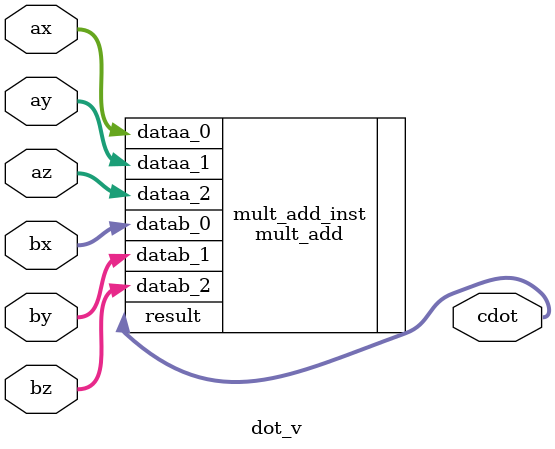
<source format=v>
module sub_v(type,ax,ay,az,bx,by,bz,cx,cy,cz);
input type;
input [31:0]ax,ay,az,bx,by,bz;
output [31:0]cx,cy,cz;


	assign cx[31:0]=(type?{ax[15:0],16'd0}:ax[31:0])-bx[31:0];
	assign cy[31:0]=(type?{ay[15:0],16'd0}:ay[31:0])-by[31:0];
	assign cz[31:0]=(type?{az[15:0],16'd0}:az[31:0])-bz[31:0];
	
endmodule

module dot_v(ax,ay,az,bx,by,bz,cdot);
input [31:0]ax,ay,az,bx,by,bz;
output [63:0]cdot;


mult_add mult_add_inst
(
	.dataa_0(ax[31:0]) ,	// input [31:0] dataa_0_sig
	.dataa_1(ay[31:0]) ,	// input [31:0] dataa_1_sig
	.dataa_2(az[31:0]) ,	// input [31:0] dataa_2_sig
	.datab_0(bx[31:0]) ,	// input [31:0] datab_0_sig
	.datab_1(by[31:0]) ,	// input [31:0] datab_1_sig
	.datab_2(bz[31:0]) ,	// input [31:0] datab_2_sig
	.result(cdot[63:0]) 	// output [65:0] result_sig
);


endmodule

</source>
